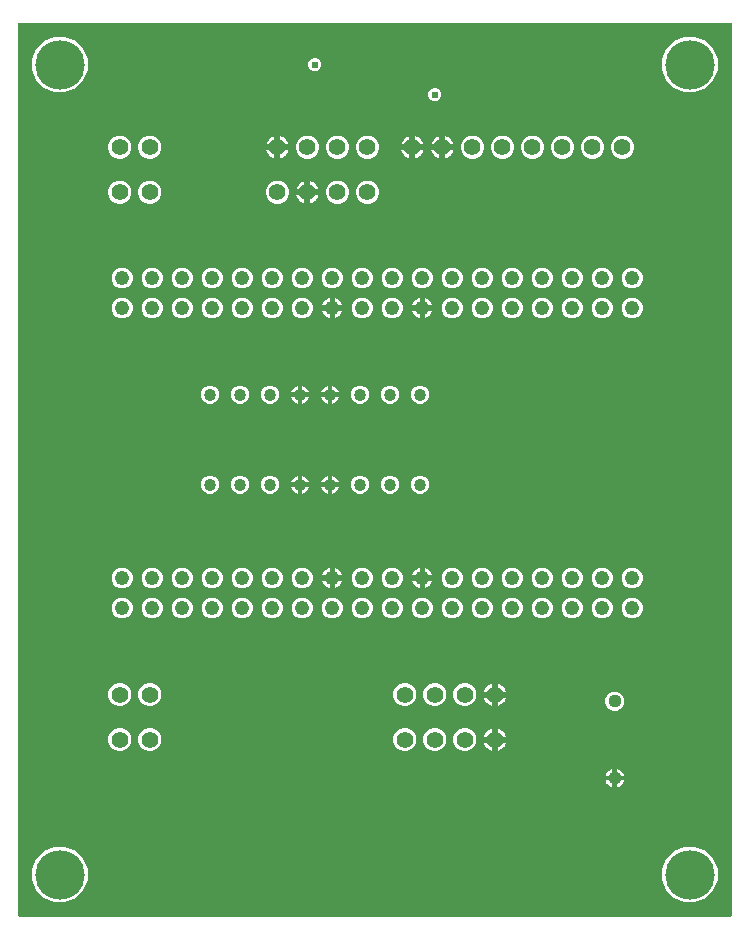
<source format=gbr>
G04 EAGLE Gerber RS-274X export*
G75*
%MOMM*%
%FSLAX34Y34*%
%LPD*%
%INCopper Layer 2*%
%IPPOS*%
%AMOC8*
5,1,8,0,0,1.08239X$1,22.5*%
G01*
%ADD10C,1.244600*%
%ADD11C,1.120000*%
%ADD12C,1.034800*%
%ADD13C,1.422400*%
%ADD14C,4.191000*%
%ADD15C,0.609600*%

G36*
X605908Y2556D02*
X605908Y2556D01*
X606027Y2563D01*
X606065Y2576D01*
X606106Y2581D01*
X606216Y2624D01*
X606329Y2661D01*
X606364Y2683D01*
X606401Y2698D01*
X606497Y2767D01*
X606598Y2831D01*
X606626Y2861D01*
X606659Y2884D01*
X606735Y2976D01*
X606816Y3063D01*
X606836Y3098D01*
X606861Y3129D01*
X606912Y3237D01*
X606970Y3341D01*
X606980Y3381D01*
X606997Y3417D01*
X607019Y3534D01*
X607049Y3649D01*
X607053Y3709D01*
X607057Y3729D01*
X607055Y3750D01*
X607059Y3810D01*
X607059Y758190D01*
X607044Y758308D01*
X607037Y758427D01*
X607024Y758465D01*
X607019Y758506D01*
X606976Y758616D01*
X606939Y758729D01*
X606917Y758764D01*
X606902Y758801D01*
X606833Y758897D01*
X606769Y758998D01*
X606739Y759026D01*
X606716Y759059D01*
X606624Y759135D01*
X606537Y759216D01*
X606502Y759236D01*
X606471Y759261D01*
X606363Y759312D01*
X606259Y759370D01*
X606219Y759380D01*
X606183Y759397D01*
X606066Y759419D01*
X605951Y759449D01*
X605891Y759453D01*
X605871Y759457D01*
X605850Y759455D01*
X605790Y759459D01*
X3810Y759459D01*
X3692Y759444D01*
X3573Y759437D01*
X3535Y759424D01*
X3494Y759419D01*
X3384Y759376D01*
X3271Y759339D01*
X3236Y759317D01*
X3199Y759302D01*
X3103Y759233D01*
X3002Y759169D01*
X2974Y759139D01*
X2941Y759116D01*
X2865Y759024D01*
X2784Y758937D01*
X2764Y758902D01*
X2739Y758871D01*
X2688Y758763D01*
X2630Y758659D01*
X2620Y758619D01*
X2603Y758583D01*
X2581Y758466D01*
X2551Y758351D01*
X2547Y758291D01*
X2543Y758271D01*
X2545Y758250D01*
X2541Y758190D01*
X2541Y3810D01*
X2556Y3692D01*
X2563Y3573D01*
X2576Y3535D01*
X2581Y3494D01*
X2624Y3384D01*
X2661Y3271D01*
X2683Y3236D01*
X2698Y3199D01*
X2767Y3103D01*
X2831Y3002D01*
X2861Y2974D01*
X2884Y2941D01*
X2976Y2865D01*
X3063Y2784D01*
X3098Y2764D01*
X3129Y2739D01*
X3237Y2688D01*
X3341Y2630D01*
X3381Y2620D01*
X3417Y2603D01*
X3534Y2581D01*
X3649Y2551D01*
X3709Y2547D01*
X3729Y2543D01*
X3750Y2545D01*
X3810Y2541D01*
X605790Y2541D01*
X605908Y2556D01*
G37*
%LPC*%
G36*
X566826Y700404D02*
X566826Y700404D01*
X558191Y703981D01*
X551581Y710591D01*
X548004Y719226D01*
X548004Y728574D01*
X551581Y737209D01*
X558191Y743819D01*
X566826Y747396D01*
X576174Y747396D01*
X584809Y743819D01*
X591419Y737209D01*
X594996Y728574D01*
X594996Y719226D01*
X591419Y710591D01*
X584809Y703981D01*
X576174Y700404D01*
X566826Y700404D01*
G37*
%LPD*%
%LPC*%
G36*
X33426Y700404D02*
X33426Y700404D01*
X24791Y703981D01*
X18181Y710591D01*
X14604Y719226D01*
X14604Y728574D01*
X18181Y737209D01*
X24791Y743819D01*
X33426Y747396D01*
X42774Y747396D01*
X51409Y743819D01*
X58019Y737209D01*
X61596Y728574D01*
X61596Y719226D01*
X58019Y710591D01*
X51409Y703981D01*
X42774Y700404D01*
X33426Y700404D01*
G37*
%LPD*%
%LPC*%
G36*
X33426Y14604D02*
X33426Y14604D01*
X24791Y18181D01*
X18181Y24791D01*
X14604Y33426D01*
X14604Y42774D01*
X18181Y51409D01*
X24791Y58019D01*
X33426Y61596D01*
X42774Y61596D01*
X51409Y58019D01*
X58019Y51409D01*
X61596Y42774D01*
X61596Y33426D01*
X58019Y24791D01*
X51409Y18181D01*
X42774Y14604D01*
X33426Y14604D01*
G37*
%LPD*%
%LPC*%
G36*
X566826Y14604D02*
X566826Y14604D01*
X558191Y18181D01*
X551581Y24791D01*
X548004Y33426D01*
X548004Y42774D01*
X551581Y51409D01*
X558191Y58019D01*
X566826Y61596D01*
X576174Y61596D01*
X584809Y58019D01*
X591419Y51409D01*
X594996Y42774D01*
X594996Y33426D01*
X591419Y24791D01*
X584809Y18181D01*
X576174Y14604D01*
X566826Y14604D01*
G37*
%LPD*%
%LPC*%
G36*
X296530Y606297D02*
X296530Y606297D01*
X292982Y607767D01*
X290267Y610482D01*
X288797Y614030D01*
X288797Y617870D01*
X290267Y621418D01*
X292982Y624133D01*
X296530Y625603D01*
X300370Y625603D01*
X303918Y624133D01*
X306633Y621418D01*
X308103Y617870D01*
X308103Y614030D01*
X306633Y610482D01*
X303918Y607767D01*
X300370Y606297D01*
X296530Y606297D01*
G37*
%LPD*%
%LPC*%
G36*
X271130Y606297D02*
X271130Y606297D01*
X267582Y607767D01*
X264867Y610482D01*
X263397Y614030D01*
X263397Y617870D01*
X264867Y621418D01*
X267582Y624133D01*
X271130Y625603D01*
X274970Y625603D01*
X278518Y624133D01*
X281233Y621418D01*
X282703Y617870D01*
X282703Y614030D01*
X281233Y610482D01*
X278518Y607767D01*
X274970Y606297D01*
X271130Y606297D01*
G37*
%LPD*%
%LPC*%
G36*
X112380Y644397D02*
X112380Y644397D01*
X108832Y645867D01*
X106117Y648582D01*
X104647Y652130D01*
X104647Y655970D01*
X106117Y659518D01*
X108832Y662233D01*
X112380Y663703D01*
X116220Y663703D01*
X119768Y662233D01*
X122483Y659518D01*
X123953Y655970D01*
X123953Y652130D01*
X122483Y648582D01*
X119768Y645867D01*
X116220Y644397D01*
X112380Y644397D01*
G37*
%LPD*%
%LPC*%
G36*
X86980Y644397D02*
X86980Y644397D01*
X83432Y645867D01*
X80717Y648582D01*
X79247Y652130D01*
X79247Y655970D01*
X80717Y659518D01*
X83432Y662233D01*
X86980Y663703D01*
X90820Y663703D01*
X94368Y662233D01*
X97083Y659518D01*
X98553Y655970D01*
X98553Y652130D01*
X97083Y648582D01*
X94368Y645867D01*
X90820Y644397D01*
X86980Y644397D01*
G37*
%LPD*%
%LPC*%
G36*
X512430Y644397D02*
X512430Y644397D01*
X508882Y645867D01*
X506167Y648582D01*
X504697Y652130D01*
X504697Y655970D01*
X506167Y659518D01*
X508882Y662233D01*
X512430Y663703D01*
X516270Y663703D01*
X519818Y662233D01*
X522533Y659518D01*
X524003Y655970D01*
X524003Y652130D01*
X522533Y648582D01*
X519818Y645867D01*
X516270Y644397D01*
X512430Y644397D01*
G37*
%LPD*%
%LPC*%
G36*
X487030Y644397D02*
X487030Y644397D01*
X483482Y645867D01*
X480767Y648582D01*
X479297Y652130D01*
X479297Y655970D01*
X480767Y659518D01*
X483482Y662233D01*
X487030Y663703D01*
X490870Y663703D01*
X494418Y662233D01*
X497133Y659518D01*
X498603Y655970D01*
X498603Y652130D01*
X497133Y648582D01*
X494418Y645867D01*
X490870Y644397D01*
X487030Y644397D01*
G37*
%LPD*%
%LPC*%
G36*
X461630Y644397D02*
X461630Y644397D01*
X458082Y645867D01*
X455367Y648582D01*
X453897Y652130D01*
X453897Y655970D01*
X455367Y659518D01*
X458082Y662233D01*
X461630Y663703D01*
X465470Y663703D01*
X469018Y662233D01*
X471733Y659518D01*
X473203Y655970D01*
X473203Y652130D01*
X471733Y648582D01*
X469018Y645867D01*
X465470Y644397D01*
X461630Y644397D01*
G37*
%LPD*%
%LPC*%
G36*
X436230Y644397D02*
X436230Y644397D01*
X432682Y645867D01*
X429967Y648582D01*
X428497Y652130D01*
X428497Y655970D01*
X429967Y659518D01*
X432682Y662233D01*
X436230Y663703D01*
X440070Y663703D01*
X443618Y662233D01*
X446333Y659518D01*
X447803Y655970D01*
X447803Y652130D01*
X446333Y648582D01*
X443618Y645867D01*
X440070Y644397D01*
X436230Y644397D01*
G37*
%LPD*%
%LPC*%
G36*
X410830Y644397D02*
X410830Y644397D01*
X407282Y645867D01*
X404567Y648582D01*
X403097Y652130D01*
X403097Y655970D01*
X404567Y659518D01*
X407282Y662233D01*
X410830Y663703D01*
X414670Y663703D01*
X418218Y662233D01*
X420933Y659518D01*
X422403Y655970D01*
X422403Y652130D01*
X420933Y648582D01*
X418218Y645867D01*
X414670Y644397D01*
X410830Y644397D01*
G37*
%LPD*%
%LPC*%
G36*
X385430Y644397D02*
X385430Y644397D01*
X381882Y645867D01*
X379167Y648582D01*
X377697Y652130D01*
X377697Y655970D01*
X379167Y659518D01*
X381882Y662233D01*
X385430Y663703D01*
X389270Y663703D01*
X392818Y662233D01*
X395533Y659518D01*
X397003Y655970D01*
X397003Y652130D01*
X395533Y648582D01*
X392818Y645867D01*
X389270Y644397D01*
X385430Y644397D01*
G37*
%LPD*%
%LPC*%
G36*
X296530Y644397D02*
X296530Y644397D01*
X292982Y645867D01*
X290267Y648582D01*
X288797Y652130D01*
X288797Y655970D01*
X290267Y659518D01*
X292982Y662233D01*
X296530Y663703D01*
X300370Y663703D01*
X303918Y662233D01*
X306633Y659518D01*
X308103Y655970D01*
X308103Y652130D01*
X306633Y648582D01*
X303918Y645867D01*
X300370Y644397D01*
X296530Y644397D01*
G37*
%LPD*%
%LPC*%
G36*
X271130Y644397D02*
X271130Y644397D01*
X267582Y645867D01*
X264867Y648582D01*
X263397Y652130D01*
X263397Y655970D01*
X264867Y659518D01*
X267582Y662233D01*
X271130Y663703D01*
X274970Y663703D01*
X278518Y662233D01*
X281233Y659518D01*
X282703Y655970D01*
X282703Y652130D01*
X281233Y648582D01*
X278518Y645867D01*
X274970Y644397D01*
X271130Y644397D01*
G37*
%LPD*%
%LPC*%
G36*
X245730Y644397D02*
X245730Y644397D01*
X242182Y645867D01*
X239467Y648582D01*
X237997Y652130D01*
X237997Y655970D01*
X239467Y659518D01*
X242182Y662233D01*
X245730Y663703D01*
X249570Y663703D01*
X253118Y662233D01*
X255833Y659518D01*
X257303Y655970D01*
X257303Y652130D01*
X255833Y648582D01*
X253118Y645867D01*
X249570Y644397D01*
X245730Y644397D01*
G37*
%LPD*%
%LPC*%
G36*
X220330Y606297D02*
X220330Y606297D01*
X216782Y607767D01*
X214067Y610482D01*
X212597Y614030D01*
X212597Y617870D01*
X214067Y621418D01*
X216782Y624133D01*
X220330Y625603D01*
X224170Y625603D01*
X227718Y624133D01*
X230433Y621418D01*
X231903Y617870D01*
X231903Y614030D01*
X230433Y610482D01*
X227718Y607767D01*
X224170Y606297D01*
X220330Y606297D01*
G37*
%LPD*%
%LPC*%
G36*
X112380Y606297D02*
X112380Y606297D01*
X108832Y607767D01*
X106117Y610482D01*
X104647Y614030D01*
X104647Y617870D01*
X106117Y621418D01*
X108832Y624133D01*
X112380Y625603D01*
X116220Y625603D01*
X119768Y624133D01*
X122483Y621418D01*
X123953Y617870D01*
X123953Y614030D01*
X122483Y610482D01*
X119768Y607767D01*
X116220Y606297D01*
X112380Y606297D01*
G37*
%LPD*%
%LPC*%
G36*
X86980Y606297D02*
X86980Y606297D01*
X83432Y607767D01*
X80717Y610482D01*
X79247Y614030D01*
X79247Y617870D01*
X80717Y621418D01*
X83432Y624133D01*
X86980Y625603D01*
X90820Y625603D01*
X94368Y624133D01*
X97083Y621418D01*
X98553Y617870D01*
X98553Y614030D01*
X97083Y610482D01*
X94368Y607767D01*
X90820Y606297D01*
X86980Y606297D01*
G37*
%LPD*%
%LPC*%
G36*
X86980Y142747D02*
X86980Y142747D01*
X83432Y144217D01*
X80717Y146932D01*
X79247Y150480D01*
X79247Y154320D01*
X80717Y157868D01*
X83432Y160583D01*
X86980Y162053D01*
X90820Y162053D01*
X94368Y160583D01*
X97083Y157868D01*
X98553Y154320D01*
X98553Y150480D01*
X97083Y146932D01*
X94368Y144217D01*
X90820Y142747D01*
X86980Y142747D01*
G37*
%LPD*%
%LPC*%
G36*
X112380Y142747D02*
X112380Y142747D01*
X108832Y144217D01*
X106117Y146932D01*
X104647Y150480D01*
X104647Y154320D01*
X106117Y157868D01*
X108832Y160583D01*
X112380Y162053D01*
X116220Y162053D01*
X119768Y160583D01*
X122483Y157868D01*
X123953Y154320D01*
X123953Y150480D01*
X122483Y146932D01*
X119768Y144217D01*
X116220Y142747D01*
X112380Y142747D01*
G37*
%LPD*%
%LPC*%
G36*
X328280Y142747D02*
X328280Y142747D01*
X324732Y144217D01*
X322017Y146932D01*
X320547Y150480D01*
X320547Y154320D01*
X322017Y157868D01*
X324732Y160583D01*
X328280Y162053D01*
X332120Y162053D01*
X335668Y160583D01*
X338383Y157868D01*
X339853Y154320D01*
X339853Y150480D01*
X338383Y146932D01*
X335668Y144217D01*
X332120Y142747D01*
X328280Y142747D01*
G37*
%LPD*%
%LPC*%
G36*
X86980Y180847D02*
X86980Y180847D01*
X83432Y182317D01*
X80717Y185032D01*
X79247Y188580D01*
X79247Y192420D01*
X80717Y195968D01*
X83432Y198683D01*
X86980Y200153D01*
X90820Y200153D01*
X94368Y198683D01*
X97083Y195968D01*
X98553Y192420D01*
X98553Y188580D01*
X97083Y185032D01*
X94368Y182317D01*
X90820Y180847D01*
X86980Y180847D01*
G37*
%LPD*%
%LPC*%
G36*
X353680Y142747D02*
X353680Y142747D01*
X350132Y144217D01*
X347417Y146932D01*
X345947Y150480D01*
X345947Y154320D01*
X347417Y157868D01*
X350132Y160583D01*
X353680Y162053D01*
X357520Y162053D01*
X361068Y160583D01*
X363783Y157868D01*
X365253Y154320D01*
X365253Y150480D01*
X363783Y146932D01*
X361068Y144217D01*
X357520Y142747D01*
X353680Y142747D01*
G37*
%LPD*%
%LPC*%
G36*
X379080Y142747D02*
X379080Y142747D01*
X375532Y144217D01*
X372817Y146932D01*
X371347Y150480D01*
X371347Y154320D01*
X372817Y157868D01*
X375532Y160583D01*
X379080Y162053D01*
X382920Y162053D01*
X386468Y160583D01*
X389183Y157868D01*
X390653Y154320D01*
X390653Y150480D01*
X389183Y146932D01*
X386468Y144217D01*
X382920Y142747D01*
X379080Y142747D01*
G37*
%LPD*%
%LPC*%
G36*
X112380Y180847D02*
X112380Y180847D01*
X108832Y182317D01*
X106117Y185032D01*
X104647Y188580D01*
X104647Y192420D01*
X106117Y195968D01*
X108832Y198683D01*
X112380Y200153D01*
X116220Y200153D01*
X119768Y198683D01*
X122483Y195968D01*
X123953Y192420D01*
X123953Y188580D01*
X122483Y185032D01*
X119768Y182317D01*
X116220Y180847D01*
X112380Y180847D01*
G37*
%LPD*%
%LPC*%
G36*
X328280Y180847D02*
X328280Y180847D01*
X324732Y182317D01*
X322017Y185032D01*
X320547Y188580D01*
X320547Y192420D01*
X322017Y195968D01*
X324732Y198683D01*
X328280Y200153D01*
X332120Y200153D01*
X335668Y198683D01*
X338383Y195968D01*
X339853Y192420D01*
X339853Y188580D01*
X338383Y185032D01*
X335668Y182317D01*
X332120Y180847D01*
X328280Y180847D01*
G37*
%LPD*%
%LPC*%
G36*
X353680Y180847D02*
X353680Y180847D01*
X350132Y182317D01*
X347417Y185032D01*
X345947Y188580D01*
X345947Y192420D01*
X347417Y195968D01*
X350132Y198683D01*
X353680Y200153D01*
X357520Y200153D01*
X361068Y198683D01*
X363783Y195968D01*
X365253Y192420D01*
X365253Y188580D01*
X363783Y185032D01*
X361068Y182317D01*
X357520Y180847D01*
X353680Y180847D01*
G37*
%LPD*%
%LPC*%
G36*
X379080Y180847D02*
X379080Y180847D01*
X375532Y182317D01*
X372817Y185032D01*
X371347Y188580D01*
X371347Y192420D01*
X372817Y195968D01*
X375532Y198683D01*
X379080Y200153D01*
X382920Y200153D01*
X386468Y198683D01*
X389183Y195968D01*
X390653Y192420D01*
X390653Y188580D01*
X389183Y185032D01*
X386468Y182317D01*
X382920Y180847D01*
X379080Y180847D01*
G37*
%LPD*%
%LPC*%
G36*
X241507Y280536D02*
X241507Y280536D01*
X238286Y281870D01*
X235820Y284336D01*
X234486Y287557D01*
X234486Y291043D01*
X235820Y294264D01*
X238286Y296730D01*
X241507Y298064D01*
X244993Y298064D01*
X248214Y296730D01*
X250680Y294264D01*
X252014Y291043D01*
X252014Y287557D01*
X250680Y284336D01*
X248214Y281870D01*
X244993Y280536D01*
X241507Y280536D01*
G37*
%LPD*%
%LPC*%
G36*
X216107Y280536D02*
X216107Y280536D01*
X212886Y281870D01*
X210420Y284336D01*
X209086Y287557D01*
X209086Y291043D01*
X210420Y294264D01*
X212886Y296730D01*
X216107Y298064D01*
X219593Y298064D01*
X222814Y296730D01*
X225280Y294264D01*
X226614Y291043D01*
X226614Y287557D01*
X225280Y284336D01*
X222814Y281870D01*
X219593Y280536D01*
X216107Y280536D01*
G37*
%LPD*%
%LPC*%
G36*
X190707Y280536D02*
X190707Y280536D01*
X187486Y281870D01*
X185020Y284336D01*
X183686Y287557D01*
X183686Y291043D01*
X185020Y294264D01*
X187486Y296730D01*
X190707Y298064D01*
X194193Y298064D01*
X197414Y296730D01*
X199880Y294264D01*
X201214Y291043D01*
X201214Y287557D01*
X199880Y284336D01*
X197414Y281870D01*
X194193Y280536D01*
X190707Y280536D01*
G37*
%LPD*%
%LPC*%
G36*
X165307Y280536D02*
X165307Y280536D01*
X162086Y281870D01*
X159620Y284336D01*
X158286Y287557D01*
X158286Y291043D01*
X159620Y294264D01*
X162086Y296730D01*
X165307Y298064D01*
X168793Y298064D01*
X172014Y296730D01*
X174480Y294264D01*
X175814Y291043D01*
X175814Y287557D01*
X174480Y284336D01*
X172014Y281870D01*
X168793Y280536D01*
X165307Y280536D01*
G37*
%LPD*%
%LPC*%
G36*
X139907Y280536D02*
X139907Y280536D01*
X136686Y281870D01*
X134220Y284336D01*
X132886Y287557D01*
X132886Y291043D01*
X134220Y294264D01*
X136686Y296730D01*
X139907Y298064D01*
X143393Y298064D01*
X146614Y296730D01*
X149080Y294264D01*
X150414Y291043D01*
X150414Y287557D01*
X149080Y284336D01*
X146614Y281870D01*
X143393Y280536D01*
X139907Y280536D01*
G37*
%LPD*%
%LPC*%
G36*
X114507Y280536D02*
X114507Y280536D01*
X111286Y281870D01*
X108820Y284336D01*
X107486Y287557D01*
X107486Y291043D01*
X108820Y294264D01*
X111286Y296730D01*
X114507Y298064D01*
X117993Y298064D01*
X121214Y296730D01*
X123680Y294264D01*
X125014Y291043D01*
X125014Y287557D01*
X123680Y284336D01*
X121214Y281870D01*
X117993Y280536D01*
X114507Y280536D01*
G37*
%LPD*%
%LPC*%
G36*
X89107Y280536D02*
X89107Y280536D01*
X85886Y281870D01*
X83420Y284336D01*
X82086Y287557D01*
X82086Y291043D01*
X83420Y294264D01*
X85886Y296730D01*
X89107Y298064D01*
X92593Y298064D01*
X95814Y296730D01*
X98280Y294264D01*
X99614Y291043D01*
X99614Y287557D01*
X98280Y284336D01*
X95814Y281870D01*
X92593Y280536D01*
X89107Y280536D01*
G37*
%LPD*%
%LPC*%
G36*
X89107Y255136D02*
X89107Y255136D01*
X85886Y256470D01*
X83420Y258936D01*
X82086Y262157D01*
X82086Y265643D01*
X83420Y268864D01*
X85886Y271330D01*
X89107Y272664D01*
X92593Y272664D01*
X95814Y271330D01*
X98280Y268864D01*
X99614Y265643D01*
X99614Y262157D01*
X98280Y258936D01*
X95814Y256470D01*
X92593Y255136D01*
X89107Y255136D01*
G37*
%LPD*%
%LPC*%
G36*
X520907Y255136D02*
X520907Y255136D01*
X517686Y256470D01*
X515220Y258936D01*
X513886Y262157D01*
X513886Y265643D01*
X515220Y268864D01*
X517686Y271330D01*
X520907Y272664D01*
X524393Y272664D01*
X527614Y271330D01*
X530080Y268864D01*
X531414Y265643D01*
X531414Y262157D01*
X530080Y258936D01*
X527614Y256470D01*
X524393Y255136D01*
X520907Y255136D01*
G37*
%LPD*%
%LPC*%
G36*
X495507Y255136D02*
X495507Y255136D01*
X492286Y256470D01*
X489820Y258936D01*
X488486Y262157D01*
X488486Y265643D01*
X489820Y268864D01*
X492286Y271330D01*
X495507Y272664D01*
X498993Y272664D01*
X502214Y271330D01*
X504680Y268864D01*
X506014Y265643D01*
X506014Y262157D01*
X504680Y258936D01*
X502214Y256470D01*
X498993Y255136D01*
X495507Y255136D01*
G37*
%LPD*%
%LPC*%
G36*
X470107Y255136D02*
X470107Y255136D01*
X466886Y256470D01*
X464420Y258936D01*
X463086Y262157D01*
X463086Y265643D01*
X464420Y268864D01*
X466886Y271330D01*
X470107Y272664D01*
X473593Y272664D01*
X476814Y271330D01*
X479280Y268864D01*
X480614Y265643D01*
X480614Y262157D01*
X479280Y258936D01*
X476814Y256470D01*
X473593Y255136D01*
X470107Y255136D01*
G37*
%LPD*%
%LPC*%
G36*
X444707Y255136D02*
X444707Y255136D01*
X441486Y256470D01*
X439020Y258936D01*
X437686Y262157D01*
X437686Y265643D01*
X439020Y268864D01*
X441486Y271330D01*
X444707Y272664D01*
X448193Y272664D01*
X451414Y271330D01*
X453880Y268864D01*
X455214Y265643D01*
X455214Y262157D01*
X453880Y258936D01*
X451414Y256470D01*
X448193Y255136D01*
X444707Y255136D01*
G37*
%LPD*%
%LPC*%
G36*
X419307Y255136D02*
X419307Y255136D01*
X416086Y256470D01*
X413620Y258936D01*
X412286Y262157D01*
X412286Y265643D01*
X413620Y268864D01*
X416086Y271330D01*
X419307Y272664D01*
X422793Y272664D01*
X426014Y271330D01*
X428480Y268864D01*
X429814Y265643D01*
X429814Y262157D01*
X428480Y258936D01*
X426014Y256470D01*
X422793Y255136D01*
X419307Y255136D01*
G37*
%LPD*%
%LPC*%
G36*
X393907Y255136D02*
X393907Y255136D01*
X390686Y256470D01*
X388220Y258936D01*
X386886Y262157D01*
X386886Y265643D01*
X388220Y268864D01*
X390686Y271330D01*
X393907Y272664D01*
X397393Y272664D01*
X400614Y271330D01*
X403080Y268864D01*
X404414Y265643D01*
X404414Y262157D01*
X403080Y258936D01*
X400614Y256470D01*
X397393Y255136D01*
X393907Y255136D01*
G37*
%LPD*%
%LPC*%
G36*
X368507Y255136D02*
X368507Y255136D01*
X365286Y256470D01*
X362820Y258936D01*
X361486Y262157D01*
X361486Y265643D01*
X362820Y268864D01*
X365286Y271330D01*
X368507Y272664D01*
X371993Y272664D01*
X375214Y271330D01*
X377680Y268864D01*
X379014Y265643D01*
X379014Y262157D01*
X377680Y258936D01*
X375214Y256470D01*
X371993Y255136D01*
X368507Y255136D01*
G37*
%LPD*%
%LPC*%
G36*
X343107Y255136D02*
X343107Y255136D01*
X339886Y256470D01*
X337420Y258936D01*
X336086Y262157D01*
X336086Y265643D01*
X337420Y268864D01*
X339886Y271330D01*
X343107Y272664D01*
X346593Y272664D01*
X349814Y271330D01*
X352280Y268864D01*
X353614Y265643D01*
X353614Y262157D01*
X352280Y258936D01*
X349814Y256470D01*
X346593Y255136D01*
X343107Y255136D01*
G37*
%LPD*%
%LPC*%
G36*
X317707Y255136D02*
X317707Y255136D01*
X314486Y256470D01*
X312020Y258936D01*
X310686Y262157D01*
X310686Y265643D01*
X312020Y268864D01*
X314486Y271330D01*
X317707Y272664D01*
X321193Y272664D01*
X324414Y271330D01*
X326880Y268864D01*
X328214Y265643D01*
X328214Y262157D01*
X326880Y258936D01*
X324414Y256470D01*
X321193Y255136D01*
X317707Y255136D01*
G37*
%LPD*%
%LPC*%
G36*
X292307Y255136D02*
X292307Y255136D01*
X289086Y256470D01*
X286620Y258936D01*
X285286Y262157D01*
X285286Y265643D01*
X286620Y268864D01*
X289086Y271330D01*
X292307Y272664D01*
X295793Y272664D01*
X299014Y271330D01*
X301480Y268864D01*
X302814Y265643D01*
X302814Y262157D01*
X301480Y258936D01*
X299014Y256470D01*
X295793Y255136D01*
X292307Y255136D01*
G37*
%LPD*%
%LPC*%
G36*
X266907Y255136D02*
X266907Y255136D01*
X263686Y256470D01*
X261220Y258936D01*
X259886Y262157D01*
X259886Y265643D01*
X261220Y268864D01*
X263686Y271330D01*
X266907Y272664D01*
X270393Y272664D01*
X273614Y271330D01*
X276080Y268864D01*
X277414Y265643D01*
X277414Y262157D01*
X276080Y258936D01*
X273614Y256470D01*
X270393Y255136D01*
X266907Y255136D01*
G37*
%LPD*%
%LPC*%
G36*
X241507Y255136D02*
X241507Y255136D01*
X238286Y256470D01*
X235820Y258936D01*
X234486Y262157D01*
X234486Y265643D01*
X235820Y268864D01*
X238286Y271330D01*
X241507Y272664D01*
X244993Y272664D01*
X248214Y271330D01*
X250680Y268864D01*
X252014Y265643D01*
X252014Y262157D01*
X250680Y258936D01*
X248214Y256470D01*
X244993Y255136D01*
X241507Y255136D01*
G37*
%LPD*%
%LPC*%
G36*
X216107Y255136D02*
X216107Y255136D01*
X212886Y256470D01*
X210420Y258936D01*
X209086Y262157D01*
X209086Y265643D01*
X210420Y268864D01*
X212886Y271330D01*
X216107Y272664D01*
X219593Y272664D01*
X222814Y271330D01*
X225280Y268864D01*
X226614Y265643D01*
X226614Y262157D01*
X225280Y258936D01*
X222814Y256470D01*
X219593Y255136D01*
X216107Y255136D01*
G37*
%LPD*%
%LPC*%
G36*
X114507Y534536D02*
X114507Y534536D01*
X111286Y535870D01*
X108820Y538336D01*
X107486Y541557D01*
X107486Y545043D01*
X108820Y548264D01*
X111286Y550730D01*
X114507Y552064D01*
X117993Y552064D01*
X121214Y550730D01*
X123680Y548264D01*
X125014Y545043D01*
X125014Y541557D01*
X123680Y538336D01*
X121214Y535870D01*
X117993Y534536D01*
X114507Y534536D01*
G37*
%LPD*%
%LPC*%
G36*
X89107Y534536D02*
X89107Y534536D01*
X85886Y535870D01*
X83420Y538336D01*
X82086Y541557D01*
X82086Y545043D01*
X83420Y548264D01*
X85886Y550730D01*
X89107Y552064D01*
X92593Y552064D01*
X95814Y550730D01*
X98280Y548264D01*
X99614Y545043D01*
X99614Y541557D01*
X98280Y538336D01*
X95814Y535870D01*
X92593Y534536D01*
X89107Y534536D01*
G37*
%LPD*%
%LPC*%
G36*
X520907Y534536D02*
X520907Y534536D01*
X517686Y535870D01*
X515220Y538336D01*
X513886Y541557D01*
X513886Y545043D01*
X515220Y548264D01*
X517686Y550730D01*
X520907Y552064D01*
X524393Y552064D01*
X527614Y550730D01*
X530080Y548264D01*
X531414Y545043D01*
X531414Y541557D01*
X530080Y538336D01*
X527614Y535870D01*
X524393Y534536D01*
X520907Y534536D01*
G37*
%LPD*%
%LPC*%
G36*
X190707Y255136D02*
X190707Y255136D01*
X187486Y256470D01*
X185020Y258936D01*
X183686Y262157D01*
X183686Y265643D01*
X185020Y268864D01*
X187486Y271330D01*
X190707Y272664D01*
X194193Y272664D01*
X197414Y271330D01*
X199880Y268864D01*
X201214Y265643D01*
X201214Y262157D01*
X199880Y258936D01*
X197414Y256470D01*
X194193Y255136D01*
X190707Y255136D01*
G37*
%LPD*%
%LPC*%
G36*
X470107Y534536D02*
X470107Y534536D01*
X466886Y535870D01*
X464420Y538336D01*
X463086Y541557D01*
X463086Y545043D01*
X464420Y548264D01*
X466886Y550730D01*
X470107Y552064D01*
X473593Y552064D01*
X476814Y550730D01*
X479280Y548264D01*
X480614Y545043D01*
X480614Y541557D01*
X479280Y538336D01*
X476814Y535870D01*
X473593Y534536D01*
X470107Y534536D01*
G37*
%LPD*%
%LPC*%
G36*
X444707Y534536D02*
X444707Y534536D01*
X441486Y535870D01*
X439020Y538336D01*
X437686Y541557D01*
X437686Y545043D01*
X439020Y548264D01*
X441486Y550730D01*
X444707Y552064D01*
X448193Y552064D01*
X451414Y550730D01*
X453880Y548264D01*
X455214Y545043D01*
X455214Y541557D01*
X453880Y538336D01*
X451414Y535870D01*
X448193Y534536D01*
X444707Y534536D01*
G37*
%LPD*%
%LPC*%
G36*
X419307Y534536D02*
X419307Y534536D01*
X416086Y535870D01*
X413620Y538336D01*
X412286Y541557D01*
X412286Y545043D01*
X413620Y548264D01*
X416086Y550730D01*
X419307Y552064D01*
X422793Y552064D01*
X426014Y550730D01*
X428480Y548264D01*
X429814Y545043D01*
X429814Y541557D01*
X428480Y538336D01*
X426014Y535870D01*
X422793Y534536D01*
X419307Y534536D01*
G37*
%LPD*%
%LPC*%
G36*
X393907Y534536D02*
X393907Y534536D01*
X390686Y535870D01*
X388220Y538336D01*
X386886Y541557D01*
X386886Y545043D01*
X388220Y548264D01*
X390686Y550730D01*
X393907Y552064D01*
X397393Y552064D01*
X400614Y550730D01*
X403080Y548264D01*
X404414Y545043D01*
X404414Y541557D01*
X403080Y538336D01*
X400614Y535870D01*
X397393Y534536D01*
X393907Y534536D01*
G37*
%LPD*%
%LPC*%
G36*
X368507Y534536D02*
X368507Y534536D01*
X365286Y535870D01*
X362820Y538336D01*
X361486Y541557D01*
X361486Y545043D01*
X362820Y548264D01*
X365286Y550730D01*
X368507Y552064D01*
X371993Y552064D01*
X375214Y550730D01*
X377680Y548264D01*
X379014Y545043D01*
X379014Y541557D01*
X377680Y538336D01*
X375214Y535870D01*
X371993Y534536D01*
X368507Y534536D01*
G37*
%LPD*%
%LPC*%
G36*
X343107Y534536D02*
X343107Y534536D01*
X339886Y535870D01*
X337420Y538336D01*
X336086Y541557D01*
X336086Y545043D01*
X337420Y548264D01*
X339886Y550730D01*
X343107Y552064D01*
X346593Y552064D01*
X349814Y550730D01*
X352280Y548264D01*
X353614Y545043D01*
X353614Y541557D01*
X352280Y538336D01*
X349814Y535870D01*
X346593Y534536D01*
X343107Y534536D01*
G37*
%LPD*%
%LPC*%
G36*
X317707Y534536D02*
X317707Y534536D01*
X314486Y535870D01*
X312020Y538336D01*
X310686Y541557D01*
X310686Y545043D01*
X312020Y548264D01*
X314486Y550730D01*
X317707Y552064D01*
X321193Y552064D01*
X324414Y550730D01*
X326880Y548264D01*
X328214Y545043D01*
X328214Y541557D01*
X326880Y538336D01*
X324414Y535870D01*
X321193Y534536D01*
X317707Y534536D01*
G37*
%LPD*%
%LPC*%
G36*
X292307Y534536D02*
X292307Y534536D01*
X289086Y535870D01*
X286620Y538336D01*
X285286Y541557D01*
X285286Y545043D01*
X286620Y548264D01*
X289086Y550730D01*
X292307Y552064D01*
X295793Y552064D01*
X299014Y550730D01*
X301480Y548264D01*
X302814Y545043D01*
X302814Y541557D01*
X301480Y538336D01*
X299014Y535870D01*
X295793Y534536D01*
X292307Y534536D01*
G37*
%LPD*%
%LPC*%
G36*
X266907Y534536D02*
X266907Y534536D01*
X263686Y535870D01*
X261220Y538336D01*
X259886Y541557D01*
X259886Y545043D01*
X261220Y548264D01*
X263686Y550730D01*
X266907Y552064D01*
X270393Y552064D01*
X273614Y550730D01*
X276080Y548264D01*
X277414Y545043D01*
X277414Y541557D01*
X276080Y538336D01*
X273614Y535870D01*
X270393Y534536D01*
X266907Y534536D01*
G37*
%LPD*%
%LPC*%
G36*
X241507Y534536D02*
X241507Y534536D01*
X238286Y535870D01*
X235820Y538336D01*
X234486Y541557D01*
X234486Y545043D01*
X235820Y548264D01*
X238286Y550730D01*
X241507Y552064D01*
X244993Y552064D01*
X248214Y550730D01*
X250680Y548264D01*
X252014Y545043D01*
X252014Y541557D01*
X250680Y538336D01*
X248214Y535870D01*
X244993Y534536D01*
X241507Y534536D01*
G37*
%LPD*%
%LPC*%
G36*
X216107Y534536D02*
X216107Y534536D01*
X212886Y535870D01*
X210420Y538336D01*
X209086Y541557D01*
X209086Y545043D01*
X210420Y548264D01*
X212886Y550730D01*
X216107Y552064D01*
X219593Y552064D01*
X222814Y550730D01*
X225280Y548264D01*
X226614Y545043D01*
X226614Y541557D01*
X225280Y538336D01*
X222814Y535870D01*
X219593Y534536D01*
X216107Y534536D01*
G37*
%LPD*%
%LPC*%
G36*
X190707Y534536D02*
X190707Y534536D01*
X187486Y535870D01*
X185020Y538336D01*
X183686Y541557D01*
X183686Y545043D01*
X185020Y548264D01*
X187486Y550730D01*
X190707Y552064D01*
X194193Y552064D01*
X197414Y550730D01*
X199880Y548264D01*
X201214Y545043D01*
X201214Y541557D01*
X199880Y538336D01*
X197414Y535870D01*
X194193Y534536D01*
X190707Y534536D01*
G37*
%LPD*%
%LPC*%
G36*
X165307Y534536D02*
X165307Y534536D01*
X162086Y535870D01*
X159620Y538336D01*
X158286Y541557D01*
X158286Y545043D01*
X159620Y548264D01*
X162086Y550730D01*
X165307Y552064D01*
X168793Y552064D01*
X172014Y550730D01*
X174480Y548264D01*
X175814Y545043D01*
X175814Y541557D01*
X174480Y538336D01*
X172014Y535870D01*
X168793Y534536D01*
X165307Y534536D01*
G37*
%LPD*%
%LPC*%
G36*
X139907Y534536D02*
X139907Y534536D01*
X136686Y535870D01*
X134220Y538336D01*
X132886Y541557D01*
X132886Y545043D01*
X134220Y548264D01*
X136686Y550730D01*
X139907Y552064D01*
X143393Y552064D01*
X146614Y550730D01*
X149080Y548264D01*
X150414Y545043D01*
X150414Y541557D01*
X149080Y538336D01*
X146614Y535870D01*
X143393Y534536D01*
X139907Y534536D01*
G37*
%LPD*%
%LPC*%
G36*
X520907Y509136D02*
X520907Y509136D01*
X517686Y510470D01*
X515220Y512936D01*
X513886Y516157D01*
X513886Y519643D01*
X515220Y522864D01*
X517686Y525330D01*
X520907Y526664D01*
X524393Y526664D01*
X527614Y525330D01*
X530080Y522864D01*
X531414Y519643D01*
X531414Y516157D01*
X530080Y512936D01*
X527614Y510470D01*
X524393Y509136D01*
X520907Y509136D01*
G37*
%LPD*%
%LPC*%
G36*
X495507Y509136D02*
X495507Y509136D01*
X492286Y510470D01*
X489820Y512936D01*
X488486Y516157D01*
X488486Y519643D01*
X489820Y522864D01*
X492286Y525330D01*
X495507Y526664D01*
X498993Y526664D01*
X502214Y525330D01*
X504680Y522864D01*
X506014Y519643D01*
X506014Y516157D01*
X504680Y512936D01*
X502214Y510470D01*
X498993Y509136D01*
X495507Y509136D01*
G37*
%LPD*%
%LPC*%
G36*
X470107Y509136D02*
X470107Y509136D01*
X466886Y510470D01*
X464420Y512936D01*
X463086Y516157D01*
X463086Y519643D01*
X464420Y522864D01*
X466886Y525330D01*
X470107Y526664D01*
X473593Y526664D01*
X476814Y525330D01*
X479280Y522864D01*
X480614Y519643D01*
X480614Y516157D01*
X479280Y512936D01*
X476814Y510470D01*
X473593Y509136D01*
X470107Y509136D01*
G37*
%LPD*%
%LPC*%
G36*
X444707Y509136D02*
X444707Y509136D01*
X441486Y510470D01*
X439020Y512936D01*
X437686Y516157D01*
X437686Y519643D01*
X439020Y522864D01*
X441486Y525330D01*
X444707Y526664D01*
X448193Y526664D01*
X451414Y525330D01*
X453880Y522864D01*
X455214Y519643D01*
X455214Y516157D01*
X453880Y512936D01*
X451414Y510470D01*
X448193Y509136D01*
X444707Y509136D01*
G37*
%LPD*%
%LPC*%
G36*
X419307Y509136D02*
X419307Y509136D01*
X416086Y510470D01*
X413620Y512936D01*
X412286Y516157D01*
X412286Y519643D01*
X413620Y522864D01*
X416086Y525330D01*
X419307Y526664D01*
X422793Y526664D01*
X426014Y525330D01*
X428480Y522864D01*
X429814Y519643D01*
X429814Y516157D01*
X428480Y512936D01*
X426014Y510470D01*
X422793Y509136D01*
X419307Y509136D01*
G37*
%LPD*%
%LPC*%
G36*
X393907Y509136D02*
X393907Y509136D01*
X390686Y510470D01*
X388220Y512936D01*
X386886Y516157D01*
X386886Y519643D01*
X388220Y522864D01*
X390686Y525330D01*
X393907Y526664D01*
X397393Y526664D01*
X400614Y525330D01*
X403080Y522864D01*
X404414Y519643D01*
X404414Y516157D01*
X403080Y512936D01*
X400614Y510470D01*
X397393Y509136D01*
X393907Y509136D01*
G37*
%LPD*%
%LPC*%
G36*
X368507Y509136D02*
X368507Y509136D01*
X365286Y510470D01*
X362820Y512936D01*
X361486Y516157D01*
X361486Y519643D01*
X362820Y522864D01*
X365286Y525330D01*
X368507Y526664D01*
X371993Y526664D01*
X375214Y525330D01*
X377680Y522864D01*
X379014Y519643D01*
X379014Y516157D01*
X377680Y512936D01*
X375214Y510470D01*
X371993Y509136D01*
X368507Y509136D01*
G37*
%LPD*%
%LPC*%
G36*
X317707Y509136D02*
X317707Y509136D01*
X314486Y510470D01*
X312020Y512936D01*
X310686Y516157D01*
X310686Y519643D01*
X312020Y522864D01*
X314486Y525330D01*
X317707Y526664D01*
X321193Y526664D01*
X324414Y525330D01*
X326880Y522864D01*
X328214Y519643D01*
X328214Y516157D01*
X326880Y512936D01*
X324414Y510470D01*
X321193Y509136D01*
X317707Y509136D01*
G37*
%LPD*%
%LPC*%
G36*
X292307Y509136D02*
X292307Y509136D01*
X289086Y510470D01*
X286620Y512936D01*
X285286Y516157D01*
X285286Y519643D01*
X286620Y522864D01*
X289086Y525330D01*
X292307Y526664D01*
X295793Y526664D01*
X299014Y525330D01*
X301480Y522864D01*
X302814Y519643D01*
X302814Y516157D01*
X301480Y512936D01*
X299014Y510470D01*
X295793Y509136D01*
X292307Y509136D01*
G37*
%LPD*%
%LPC*%
G36*
X241507Y509136D02*
X241507Y509136D01*
X238286Y510470D01*
X235820Y512936D01*
X234486Y516157D01*
X234486Y519643D01*
X235820Y522864D01*
X238286Y525330D01*
X241507Y526664D01*
X244993Y526664D01*
X248214Y525330D01*
X250680Y522864D01*
X252014Y519643D01*
X252014Y516157D01*
X250680Y512936D01*
X248214Y510470D01*
X244993Y509136D01*
X241507Y509136D01*
G37*
%LPD*%
%LPC*%
G36*
X216107Y509136D02*
X216107Y509136D01*
X212886Y510470D01*
X210420Y512936D01*
X209086Y516157D01*
X209086Y519643D01*
X210420Y522864D01*
X212886Y525330D01*
X216107Y526664D01*
X219593Y526664D01*
X222814Y525330D01*
X225280Y522864D01*
X226614Y519643D01*
X226614Y516157D01*
X225280Y512936D01*
X222814Y510470D01*
X219593Y509136D01*
X216107Y509136D01*
G37*
%LPD*%
%LPC*%
G36*
X190707Y509136D02*
X190707Y509136D01*
X187486Y510470D01*
X185020Y512936D01*
X183686Y516157D01*
X183686Y519643D01*
X185020Y522864D01*
X187486Y525330D01*
X190707Y526664D01*
X194193Y526664D01*
X197414Y525330D01*
X199880Y522864D01*
X201214Y519643D01*
X201214Y516157D01*
X199880Y512936D01*
X197414Y510470D01*
X194193Y509136D01*
X190707Y509136D01*
G37*
%LPD*%
%LPC*%
G36*
X165307Y509136D02*
X165307Y509136D01*
X162086Y510470D01*
X159620Y512936D01*
X158286Y516157D01*
X158286Y519643D01*
X159620Y522864D01*
X162086Y525330D01*
X165307Y526664D01*
X168793Y526664D01*
X172014Y525330D01*
X174480Y522864D01*
X175814Y519643D01*
X175814Y516157D01*
X174480Y512936D01*
X172014Y510470D01*
X168793Y509136D01*
X165307Y509136D01*
G37*
%LPD*%
%LPC*%
G36*
X139907Y509136D02*
X139907Y509136D01*
X136686Y510470D01*
X134220Y512936D01*
X132886Y516157D01*
X132886Y519643D01*
X134220Y522864D01*
X136686Y525330D01*
X139907Y526664D01*
X143393Y526664D01*
X146614Y525330D01*
X149080Y522864D01*
X150414Y519643D01*
X150414Y516157D01*
X149080Y512936D01*
X146614Y510470D01*
X143393Y509136D01*
X139907Y509136D01*
G37*
%LPD*%
%LPC*%
G36*
X114507Y509136D02*
X114507Y509136D01*
X111286Y510470D01*
X108820Y512936D01*
X107486Y516157D01*
X107486Y519643D01*
X108820Y522864D01*
X111286Y525330D01*
X114507Y526664D01*
X117993Y526664D01*
X121214Y525330D01*
X123680Y522864D01*
X125014Y519643D01*
X125014Y516157D01*
X123680Y512936D01*
X121214Y510470D01*
X117993Y509136D01*
X114507Y509136D01*
G37*
%LPD*%
%LPC*%
G36*
X89107Y509136D02*
X89107Y509136D01*
X85886Y510470D01*
X83420Y512936D01*
X82086Y516157D01*
X82086Y519643D01*
X83420Y522864D01*
X85886Y525330D01*
X89107Y526664D01*
X92593Y526664D01*
X95814Y525330D01*
X98280Y522864D01*
X99614Y519643D01*
X99614Y516157D01*
X98280Y512936D01*
X95814Y510470D01*
X92593Y509136D01*
X89107Y509136D01*
G37*
%LPD*%
%LPC*%
G36*
X165307Y255136D02*
X165307Y255136D01*
X162086Y256470D01*
X159620Y258936D01*
X158286Y262157D01*
X158286Y265643D01*
X159620Y268864D01*
X162086Y271330D01*
X165307Y272664D01*
X168793Y272664D01*
X172014Y271330D01*
X174480Y268864D01*
X175814Y265643D01*
X175814Y262157D01*
X174480Y258936D01*
X172014Y256470D01*
X168793Y255136D01*
X165307Y255136D01*
G37*
%LPD*%
%LPC*%
G36*
X139907Y255136D02*
X139907Y255136D01*
X136686Y256470D01*
X134220Y258936D01*
X132886Y262157D01*
X132886Y265643D01*
X134220Y268864D01*
X136686Y271330D01*
X139907Y272664D01*
X143393Y272664D01*
X146614Y271330D01*
X149080Y268864D01*
X150414Y265643D01*
X150414Y262157D01*
X149080Y258936D01*
X146614Y256470D01*
X143393Y255136D01*
X139907Y255136D01*
G37*
%LPD*%
%LPC*%
G36*
X444707Y280536D02*
X444707Y280536D01*
X441486Y281870D01*
X439020Y284336D01*
X437686Y287557D01*
X437686Y291043D01*
X439020Y294264D01*
X441486Y296730D01*
X444707Y298064D01*
X448193Y298064D01*
X451414Y296730D01*
X453880Y294264D01*
X455214Y291043D01*
X455214Y287557D01*
X453880Y284336D01*
X451414Y281870D01*
X448193Y280536D01*
X444707Y280536D01*
G37*
%LPD*%
%LPC*%
G36*
X114507Y255136D02*
X114507Y255136D01*
X111286Y256470D01*
X108820Y258936D01*
X107486Y262157D01*
X107486Y265643D01*
X108820Y268864D01*
X111286Y271330D01*
X114507Y272664D01*
X117993Y272664D01*
X121214Y271330D01*
X123680Y268864D01*
X125014Y265643D01*
X125014Y262157D01*
X123680Y258936D01*
X121214Y256470D01*
X117993Y255136D01*
X114507Y255136D01*
G37*
%LPD*%
%LPC*%
G36*
X495507Y534536D02*
X495507Y534536D01*
X492286Y535870D01*
X489820Y538336D01*
X488486Y541557D01*
X488486Y545043D01*
X489820Y548264D01*
X492286Y550730D01*
X495507Y552064D01*
X498993Y552064D01*
X502214Y550730D01*
X504680Y548264D01*
X506014Y545043D01*
X506014Y541557D01*
X504680Y538336D01*
X502214Y535870D01*
X498993Y534536D01*
X495507Y534536D01*
G37*
%LPD*%
%LPC*%
G36*
X470107Y280536D02*
X470107Y280536D01*
X466886Y281870D01*
X464420Y284336D01*
X463086Y287557D01*
X463086Y291043D01*
X464420Y294264D01*
X466886Y296730D01*
X470107Y298064D01*
X473593Y298064D01*
X476814Y296730D01*
X479280Y294264D01*
X480614Y291043D01*
X480614Y287557D01*
X479280Y284336D01*
X476814Y281870D01*
X473593Y280536D01*
X470107Y280536D01*
G37*
%LPD*%
%LPC*%
G36*
X520907Y280536D02*
X520907Y280536D01*
X517686Y281870D01*
X515220Y284336D01*
X513886Y287557D01*
X513886Y291043D01*
X515220Y294264D01*
X517686Y296730D01*
X520907Y298064D01*
X524393Y298064D01*
X527614Y296730D01*
X530080Y294264D01*
X531414Y291043D01*
X531414Y287557D01*
X530080Y284336D01*
X527614Y281870D01*
X524393Y280536D01*
X520907Y280536D01*
G37*
%LPD*%
%LPC*%
G36*
X495507Y280536D02*
X495507Y280536D01*
X492286Y281870D01*
X489820Y284336D01*
X488486Y287557D01*
X488486Y291043D01*
X489820Y294264D01*
X492286Y296730D01*
X495507Y298064D01*
X498993Y298064D01*
X502214Y296730D01*
X504680Y294264D01*
X506014Y291043D01*
X506014Y287557D01*
X504680Y284336D01*
X502214Y281870D01*
X498993Y280536D01*
X495507Y280536D01*
G37*
%LPD*%
%LPC*%
G36*
X419307Y280536D02*
X419307Y280536D01*
X416086Y281870D01*
X413620Y284336D01*
X412286Y287557D01*
X412286Y291043D01*
X413620Y294264D01*
X416086Y296730D01*
X419307Y298064D01*
X422793Y298064D01*
X426014Y296730D01*
X428480Y294264D01*
X429814Y291043D01*
X429814Y287557D01*
X428480Y284336D01*
X426014Y281870D01*
X422793Y280536D01*
X419307Y280536D01*
G37*
%LPD*%
%LPC*%
G36*
X393907Y280536D02*
X393907Y280536D01*
X390686Y281870D01*
X388220Y284336D01*
X386886Y287557D01*
X386886Y291043D01*
X388220Y294264D01*
X390686Y296730D01*
X393907Y298064D01*
X397393Y298064D01*
X400614Y296730D01*
X403080Y294264D01*
X404414Y291043D01*
X404414Y287557D01*
X403080Y284336D01*
X400614Y281870D01*
X397393Y280536D01*
X393907Y280536D01*
G37*
%LPD*%
%LPC*%
G36*
X368507Y280536D02*
X368507Y280536D01*
X365286Y281870D01*
X362820Y284336D01*
X361486Y287557D01*
X361486Y291043D01*
X362820Y294264D01*
X365286Y296730D01*
X368507Y298064D01*
X371993Y298064D01*
X375214Y296730D01*
X377680Y294264D01*
X379014Y291043D01*
X379014Y287557D01*
X377680Y284336D01*
X375214Y281870D01*
X371993Y280536D01*
X368507Y280536D01*
G37*
%LPD*%
%LPC*%
G36*
X317707Y280536D02*
X317707Y280536D01*
X314486Y281870D01*
X312020Y284336D01*
X310686Y287557D01*
X310686Y291043D01*
X312020Y294264D01*
X314486Y296730D01*
X317707Y298064D01*
X321193Y298064D01*
X324414Y296730D01*
X326880Y294264D01*
X328214Y291043D01*
X328214Y287557D01*
X326880Y284336D01*
X324414Y281870D01*
X321193Y280536D01*
X317707Y280536D01*
G37*
%LPD*%
%LPC*%
G36*
X292307Y280536D02*
X292307Y280536D01*
X289086Y281870D01*
X286620Y284336D01*
X285286Y287557D01*
X285286Y291043D01*
X286620Y294264D01*
X289086Y296730D01*
X292307Y298064D01*
X295793Y298064D01*
X299014Y296730D01*
X301480Y294264D01*
X302814Y291043D01*
X302814Y287557D01*
X301480Y284336D01*
X299014Y281870D01*
X295793Y280536D01*
X292307Y280536D01*
G37*
%LPD*%
%LPC*%
G36*
X506381Y176759D02*
X506381Y176759D01*
X503389Y177999D01*
X501099Y180289D01*
X499859Y183281D01*
X499859Y186519D01*
X501099Y189511D01*
X503389Y191801D01*
X506381Y193041D01*
X509619Y193041D01*
X512611Y191801D01*
X514901Y189511D01*
X516141Y186519D01*
X516141Y183281D01*
X514901Y180289D01*
X512611Y177999D01*
X509619Y176759D01*
X506381Y176759D01*
G37*
%LPD*%
%LPC*%
G36*
X290565Y360585D02*
X290565Y360585D01*
X287730Y361760D01*
X285560Y363930D01*
X284385Y366765D01*
X284385Y369835D01*
X285560Y372670D01*
X287730Y374840D01*
X290565Y376015D01*
X293635Y376015D01*
X296470Y374840D01*
X298640Y372670D01*
X299815Y369835D01*
X299815Y366765D01*
X298640Y363930D01*
X296470Y361760D01*
X293635Y360585D01*
X290565Y360585D01*
G37*
%LPD*%
%LPC*%
G36*
X315965Y360585D02*
X315965Y360585D01*
X313130Y361760D01*
X310960Y363930D01*
X309785Y366765D01*
X309785Y369835D01*
X310960Y372670D01*
X313130Y374840D01*
X315965Y376015D01*
X319035Y376015D01*
X321870Y374840D01*
X324040Y372670D01*
X325215Y369835D01*
X325215Y366765D01*
X324040Y363930D01*
X321870Y361760D01*
X319035Y360585D01*
X315965Y360585D01*
G37*
%LPD*%
%LPC*%
G36*
X163565Y360585D02*
X163565Y360585D01*
X160730Y361760D01*
X158560Y363930D01*
X157385Y366765D01*
X157385Y369835D01*
X158560Y372670D01*
X160730Y374840D01*
X163565Y376015D01*
X166635Y376015D01*
X169470Y374840D01*
X171640Y372670D01*
X172815Y369835D01*
X172815Y366765D01*
X171640Y363930D01*
X169470Y361760D01*
X166635Y360585D01*
X163565Y360585D01*
G37*
%LPD*%
%LPC*%
G36*
X341365Y360585D02*
X341365Y360585D01*
X338530Y361760D01*
X336360Y363930D01*
X335185Y366765D01*
X335185Y369835D01*
X336360Y372670D01*
X338530Y374840D01*
X341365Y376015D01*
X344435Y376015D01*
X347270Y374840D01*
X349440Y372670D01*
X350615Y369835D01*
X350615Y366765D01*
X349440Y363930D01*
X347270Y361760D01*
X344435Y360585D01*
X341365Y360585D01*
G37*
%LPD*%
%LPC*%
G36*
X188965Y436785D02*
X188965Y436785D01*
X186130Y437960D01*
X183960Y440130D01*
X182785Y442965D01*
X182785Y446035D01*
X183960Y448870D01*
X186130Y451040D01*
X188965Y452215D01*
X192035Y452215D01*
X194870Y451040D01*
X197040Y448870D01*
X198215Y446035D01*
X198215Y442965D01*
X197040Y440130D01*
X194870Y437960D01*
X192035Y436785D01*
X188965Y436785D01*
G37*
%LPD*%
%LPC*%
G36*
X163565Y436785D02*
X163565Y436785D01*
X160730Y437960D01*
X158560Y440130D01*
X157385Y442965D01*
X157385Y446035D01*
X158560Y448870D01*
X160730Y451040D01*
X163565Y452215D01*
X166635Y452215D01*
X169470Y451040D01*
X171640Y448870D01*
X172815Y446035D01*
X172815Y442965D01*
X171640Y440130D01*
X169470Y437960D01*
X166635Y436785D01*
X163565Y436785D01*
G37*
%LPD*%
%LPC*%
G36*
X188965Y360585D02*
X188965Y360585D01*
X186130Y361760D01*
X183960Y363930D01*
X182785Y366765D01*
X182785Y369835D01*
X183960Y372670D01*
X186130Y374840D01*
X188965Y376015D01*
X192035Y376015D01*
X194870Y374840D01*
X197040Y372670D01*
X198215Y369835D01*
X198215Y366765D01*
X197040Y363930D01*
X194870Y361760D01*
X192035Y360585D01*
X188965Y360585D01*
G37*
%LPD*%
%LPC*%
G36*
X214365Y360585D02*
X214365Y360585D01*
X211530Y361760D01*
X209360Y363930D01*
X208185Y366765D01*
X208185Y369835D01*
X209360Y372670D01*
X211530Y374840D01*
X214365Y376015D01*
X217435Y376015D01*
X220270Y374840D01*
X222440Y372670D01*
X223615Y369835D01*
X223615Y366765D01*
X222440Y363930D01*
X220270Y361760D01*
X217435Y360585D01*
X214365Y360585D01*
G37*
%LPD*%
%LPC*%
G36*
X341365Y436785D02*
X341365Y436785D01*
X338530Y437960D01*
X336360Y440130D01*
X335185Y442965D01*
X335185Y446035D01*
X336360Y448870D01*
X338530Y451040D01*
X341365Y452215D01*
X344435Y452215D01*
X347270Y451040D01*
X349440Y448870D01*
X350615Y446035D01*
X350615Y442965D01*
X349440Y440130D01*
X347270Y437960D01*
X344435Y436785D01*
X341365Y436785D01*
G37*
%LPD*%
%LPC*%
G36*
X315965Y436785D02*
X315965Y436785D01*
X313130Y437960D01*
X310960Y440130D01*
X309785Y442965D01*
X309785Y446035D01*
X310960Y448870D01*
X313130Y451040D01*
X315965Y452215D01*
X319035Y452215D01*
X321870Y451040D01*
X324040Y448870D01*
X325215Y446035D01*
X325215Y442965D01*
X324040Y440130D01*
X321870Y437960D01*
X319035Y436785D01*
X315965Y436785D01*
G37*
%LPD*%
%LPC*%
G36*
X290565Y436785D02*
X290565Y436785D01*
X287730Y437960D01*
X285560Y440130D01*
X284385Y442965D01*
X284385Y446035D01*
X285560Y448870D01*
X287730Y451040D01*
X290565Y452215D01*
X293635Y452215D01*
X296470Y451040D01*
X298640Y448870D01*
X299815Y446035D01*
X299815Y442965D01*
X298640Y440130D01*
X296470Y437960D01*
X293635Y436785D01*
X290565Y436785D01*
G37*
%LPD*%
%LPC*%
G36*
X214365Y436785D02*
X214365Y436785D01*
X211530Y437960D01*
X209360Y440130D01*
X208185Y442965D01*
X208185Y446035D01*
X209360Y448870D01*
X211530Y451040D01*
X214365Y452215D01*
X217435Y452215D01*
X220270Y451040D01*
X222440Y448870D01*
X223615Y446035D01*
X223615Y442965D01*
X222440Y440130D01*
X220270Y437960D01*
X217435Y436785D01*
X214365Y436785D01*
G37*
%LPD*%
%LPC*%
G36*
X252888Y718311D02*
X252888Y718311D01*
X250834Y719162D01*
X249262Y720734D01*
X248411Y722788D01*
X248411Y725012D01*
X249262Y727066D01*
X250834Y728638D01*
X252888Y729489D01*
X255112Y729489D01*
X257166Y728638D01*
X258738Y727066D01*
X259589Y725012D01*
X259589Y722788D01*
X258738Y720734D01*
X257166Y719162D01*
X255112Y718311D01*
X252888Y718311D01*
G37*
%LPD*%
%LPC*%
G36*
X354488Y692911D02*
X354488Y692911D01*
X352434Y693762D01*
X350862Y695334D01*
X350011Y697388D01*
X350011Y699612D01*
X350862Y701666D01*
X352434Y703238D01*
X354488Y704089D01*
X356712Y704089D01*
X358766Y703238D01*
X360338Y701666D01*
X361189Y699612D01*
X361189Y697388D01*
X360338Y695334D01*
X358766Y693762D01*
X356712Y692911D01*
X354488Y692911D01*
G37*
%LPD*%
%LPC*%
G36*
X364489Y656589D02*
X364489Y656589D01*
X364489Y663374D01*
X365655Y662996D01*
X367009Y662306D01*
X368238Y661413D01*
X369313Y660338D01*
X370206Y659109D01*
X370896Y657755D01*
X371274Y656589D01*
X364489Y656589D01*
G37*
%LPD*%
%LPC*%
G36*
X224789Y656589D02*
X224789Y656589D01*
X224789Y663374D01*
X225955Y662996D01*
X227309Y662306D01*
X228538Y661413D01*
X229613Y660338D01*
X230506Y659109D01*
X231196Y657755D01*
X231574Y656589D01*
X224789Y656589D01*
G37*
%LPD*%
%LPC*%
G36*
X339089Y656589D02*
X339089Y656589D01*
X339089Y663374D01*
X340255Y662996D01*
X341609Y662306D01*
X342838Y661413D01*
X343913Y660338D01*
X344806Y659109D01*
X345496Y657755D01*
X345874Y656589D01*
X339089Y656589D01*
G37*
%LPD*%
%LPC*%
G36*
X408939Y154939D02*
X408939Y154939D01*
X408939Y161724D01*
X410105Y161346D01*
X411459Y160656D01*
X412688Y159763D01*
X413763Y158688D01*
X414656Y157459D01*
X415346Y156105D01*
X415724Y154939D01*
X408939Y154939D01*
G37*
%LPD*%
%LPC*%
G36*
X408939Y193039D02*
X408939Y193039D01*
X408939Y199824D01*
X410105Y199446D01*
X411459Y198756D01*
X412688Y197863D01*
X413763Y196788D01*
X414656Y195559D01*
X415346Y194205D01*
X415724Y193039D01*
X408939Y193039D01*
G37*
%LPD*%
%LPC*%
G36*
X250189Y618489D02*
X250189Y618489D01*
X250189Y625274D01*
X251355Y624896D01*
X252709Y624206D01*
X253938Y623313D01*
X255013Y622238D01*
X255906Y621009D01*
X256596Y619655D01*
X256974Y618489D01*
X250189Y618489D01*
G37*
%LPD*%
%LPC*%
G36*
X352626Y656589D02*
X352626Y656589D01*
X353004Y657755D01*
X353694Y659109D01*
X354587Y660338D01*
X355662Y661413D01*
X356891Y662306D01*
X358245Y662996D01*
X359411Y663374D01*
X359411Y656589D01*
X352626Y656589D01*
G37*
%LPD*%
%LPC*%
G36*
X212926Y656589D02*
X212926Y656589D01*
X213304Y657755D01*
X213994Y659109D01*
X214887Y660338D01*
X215962Y661413D01*
X217191Y662306D01*
X218545Y662996D01*
X219711Y663374D01*
X219711Y656589D01*
X212926Y656589D01*
G37*
%LPD*%
%LPC*%
G36*
X327226Y656589D02*
X327226Y656589D01*
X327604Y657755D01*
X328294Y659109D01*
X329187Y660338D01*
X330262Y661413D01*
X331491Y662306D01*
X332845Y662996D01*
X334011Y663374D01*
X334011Y656589D01*
X327226Y656589D01*
G37*
%LPD*%
%LPC*%
G36*
X408939Y187961D02*
X408939Y187961D01*
X415724Y187961D01*
X415346Y186795D01*
X414656Y185441D01*
X413763Y184212D01*
X412688Y183137D01*
X411459Y182244D01*
X410105Y181554D01*
X408939Y181176D01*
X408939Y187961D01*
G37*
%LPD*%
%LPC*%
G36*
X250189Y613411D02*
X250189Y613411D01*
X256974Y613411D01*
X256596Y612245D01*
X255906Y610891D01*
X255013Y609662D01*
X253938Y608587D01*
X252709Y607694D01*
X251355Y607004D01*
X250189Y606626D01*
X250189Y613411D01*
G37*
%LPD*%
%LPC*%
G36*
X364489Y651511D02*
X364489Y651511D01*
X371274Y651511D01*
X370896Y650345D01*
X370206Y648991D01*
X369313Y647762D01*
X368238Y646687D01*
X367009Y645794D01*
X365655Y645104D01*
X364489Y644726D01*
X364489Y651511D01*
G37*
%LPD*%
%LPC*%
G36*
X408939Y149861D02*
X408939Y149861D01*
X415724Y149861D01*
X415346Y148695D01*
X414656Y147341D01*
X413763Y146112D01*
X412688Y145037D01*
X411459Y144144D01*
X410105Y143454D01*
X408939Y143076D01*
X408939Y149861D01*
G37*
%LPD*%
%LPC*%
G36*
X339089Y651511D02*
X339089Y651511D01*
X345874Y651511D01*
X345496Y650345D01*
X344806Y648991D01*
X343913Y647762D01*
X342838Y646687D01*
X341609Y645794D01*
X340255Y645104D01*
X339089Y644726D01*
X339089Y651511D01*
G37*
%LPD*%
%LPC*%
G36*
X397076Y154939D02*
X397076Y154939D01*
X397454Y156105D01*
X398144Y157459D01*
X399037Y158688D01*
X400112Y159763D01*
X401341Y160656D01*
X402695Y161346D01*
X403861Y161724D01*
X403861Y154939D01*
X397076Y154939D01*
G37*
%LPD*%
%LPC*%
G36*
X224789Y651511D02*
X224789Y651511D01*
X231574Y651511D01*
X231196Y650345D01*
X230506Y648991D01*
X229613Y647762D01*
X228538Y646687D01*
X227309Y645794D01*
X225955Y645104D01*
X224789Y644726D01*
X224789Y651511D01*
G37*
%LPD*%
%LPC*%
G36*
X397076Y193039D02*
X397076Y193039D01*
X397454Y194205D01*
X398144Y195559D01*
X399037Y196788D01*
X400112Y197863D01*
X401341Y198756D01*
X402695Y199446D01*
X403861Y199824D01*
X403861Y193039D01*
X397076Y193039D01*
G37*
%LPD*%
%LPC*%
G36*
X238326Y618489D02*
X238326Y618489D01*
X238704Y619655D01*
X239394Y621009D01*
X240287Y622238D01*
X241362Y623313D01*
X242591Y624206D01*
X243945Y624896D01*
X245111Y625274D01*
X245111Y618489D01*
X238326Y618489D01*
G37*
%LPD*%
%LPC*%
G36*
X358245Y645104D02*
X358245Y645104D01*
X356891Y645794D01*
X356873Y645807D01*
X355662Y646687D01*
X354587Y647762D01*
X353694Y648991D01*
X353004Y650345D01*
X352626Y651511D01*
X359411Y651511D01*
X359411Y644726D01*
X358245Y645104D01*
G37*
%LPD*%
%LPC*%
G36*
X332845Y645104D02*
X332845Y645104D01*
X331491Y645794D01*
X331473Y645807D01*
X330262Y646687D01*
X329187Y647762D01*
X328294Y648991D01*
X327604Y650345D01*
X327226Y651511D01*
X334011Y651511D01*
X334011Y644726D01*
X332845Y645104D01*
G37*
%LPD*%
%LPC*%
G36*
X218545Y645104D02*
X218545Y645104D01*
X217191Y645794D01*
X217173Y645807D01*
X215962Y646687D01*
X214887Y647762D01*
X213994Y648991D01*
X213304Y650345D01*
X212926Y651511D01*
X219711Y651511D01*
X219711Y644726D01*
X218545Y645104D01*
G37*
%LPD*%
%LPC*%
G36*
X243945Y607004D02*
X243945Y607004D01*
X242591Y607694D01*
X242542Y607730D01*
X241362Y608587D01*
X240287Y609662D01*
X239394Y610891D01*
X238704Y612245D01*
X238326Y613411D01*
X245111Y613411D01*
X245111Y606626D01*
X243945Y607004D01*
G37*
%LPD*%
%LPC*%
G36*
X402695Y143454D02*
X402695Y143454D01*
X401341Y144144D01*
X400112Y145037D01*
X399037Y146112D01*
X398144Y147341D01*
X397454Y148695D01*
X397076Y149861D01*
X403861Y149861D01*
X403861Y143076D01*
X402695Y143454D01*
G37*
%LPD*%
%LPC*%
G36*
X402695Y181554D02*
X402695Y181554D01*
X401341Y182244D01*
X400112Y183137D01*
X399037Y184212D01*
X398144Y185441D01*
X397454Y186795D01*
X397076Y187961D01*
X403861Y187961D01*
X403861Y181176D01*
X402695Y181554D01*
G37*
%LPD*%
%LPC*%
G36*
X347072Y520122D02*
X347072Y520122D01*
X347072Y526393D01*
X347406Y526327D01*
X349001Y525666D01*
X350437Y524707D01*
X351657Y523487D01*
X352616Y522051D01*
X353277Y520456D01*
X353343Y520122D01*
X347072Y520122D01*
G37*
%LPD*%
%LPC*%
G36*
X270872Y520122D02*
X270872Y520122D01*
X270872Y526393D01*
X271206Y526327D01*
X272801Y525666D01*
X274237Y524707D01*
X275457Y523487D01*
X276416Y522051D01*
X277077Y520456D01*
X277143Y520122D01*
X270872Y520122D01*
G37*
%LPD*%
%LPC*%
G36*
X270872Y291522D02*
X270872Y291522D01*
X270872Y297793D01*
X271206Y297727D01*
X272801Y297066D01*
X274237Y296107D01*
X275457Y294887D01*
X276416Y293451D01*
X277077Y291856D01*
X277143Y291522D01*
X270872Y291522D01*
G37*
%LPD*%
%LPC*%
G36*
X347072Y291522D02*
X347072Y291522D01*
X347072Y297793D01*
X347406Y297727D01*
X349001Y297066D01*
X350437Y296107D01*
X351657Y294887D01*
X352616Y293451D01*
X353277Y291856D01*
X353343Y291522D01*
X347072Y291522D01*
G37*
%LPD*%
%LPC*%
G36*
X270872Y515678D02*
X270872Y515678D01*
X277143Y515678D01*
X277077Y515344D01*
X276416Y513749D01*
X275457Y512313D01*
X274237Y511093D01*
X272801Y510134D01*
X271206Y509473D01*
X270872Y509407D01*
X270872Y515678D01*
G37*
%LPD*%
%LPC*%
G36*
X260157Y520122D02*
X260157Y520122D01*
X260223Y520456D01*
X260884Y522051D01*
X261843Y523487D01*
X263063Y524707D01*
X264499Y525666D01*
X266094Y526327D01*
X266428Y526393D01*
X266428Y520122D01*
X260157Y520122D01*
G37*
%LPD*%
%LPC*%
G36*
X336357Y520122D02*
X336357Y520122D01*
X336423Y520456D01*
X337084Y522051D01*
X338043Y523487D01*
X339263Y524707D01*
X340699Y525666D01*
X342294Y526327D01*
X342628Y526393D01*
X342628Y520122D01*
X336357Y520122D01*
G37*
%LPD*%
%LPC*%
G36*
X336357Y291522D02*
X336357Y291522D01*
X336423Y291856D01*
X337084Y293451D01*
X338043Y294887D01*
X339263Y296107D01*
X340699Y297066D01*
X342294Y297727D01*
X342628Y297793D01*
X342628Y291522D01*
X336357Y291522D01*
G37*
%LPD*%
%LPC*%
G36*
X260157Y291522D02*
X260157Y291522D01*
X260223Y291856D01*
X260884Y293451D01*
X261843Y294887D01*
X263063Y296107D01*
X264499Y297066D01*
X266094Y297727D01*
X266428Y297793D01*
X266428Y291522D01*
X260157Y291522D01*
G37*
%LPD*%
%LPC*%
G36*
X270872Y287078D02*
X270872Y287078D01*
X277143Y287078D01*
X277077Y286744D01*
X276416Y285149D01*
X275457Y283713D01*
X274237Y282493D01*
X272801Y281534D01*
X271206Y280873D01*
X270872Y280807D01*
X270872Y287078D01*
G37*
%LPD*%
%LPC*%
G36*
X347072Y287078D02*
X347072Y287078D01*
X353343Y287078D01*
X353277Y286744D01*
X352616Y285149D01*
X351657Y283713D01*
X350437Y282493D01*
X349001Y281534D01*
X347406Y280873D01*
X347072Y280807D01*
X347072Y287078D01*
G37*
%LPD*%
%LPC*%
G36*
X347072Y515678D02*
X347072Y515678D01*
X353343Y515678D01*
X353277Y515344D01*
X352616Y513749D01*
X351657Y512313D01*
X350437Y511093D01*
X349001Y510134D01*
X347406Y509473D01*
X347072Y509407D01*
X347072Y515678D01*
G37*
%LPD*%
%LPC*%
G36*
X266094Y280873D02*
X266094Y280873D01*
X264499Y281534D01*
X263063Y282493D01*
X261843Y283713D01*
X260884Y285149D01*
X260223Y286744D01*
X260157Y287078D01*
X266428Y287078D01*
X266428Y280807D01*
X266094Y280873D01*
G37*
%LPD*%
%LPC*%
G36*
X342294Y509473D02*
X342294Y509473D01*
X340699Y510134D01*
X339263Y511093D01*
X338043Y512313D01*
X337084Y513749D01*
X336423Y515344D01*
X336357Y515678D01*
X342628Y515678D01*
X342628Y509407D01*
X342294Y509473D01*
G37*
%LPD*%
%LPC*%
G36*
X266094Y509473D02*
X266094Y509473D01*
X264499Y510134D01*
X263063Y511093D01*
X261843Y512313D01*
X260884Y513749D01*
X260223Y515344D01*
X260157Y515678D01*
X266428Y515678D01*
X266428Y509407D01*
X266094Y509473D01*
G37*
%LPD*%
%LPC*%
G36*
X342294Y280873D02*
X342294Y280873D01*
X340699Y281534D01*
X339263Y282493D01*
X338043Y283713D01*
X337084Y285149D01*
X336423Y286744D01*
X336357Y287078D01*
X342628Y287078D01*
X342628Y280807D01*
X342294Y280873D01*
G37*
%LPD*%
%LPC*%
G36*
X509999Y121899D02*
X509999Y121899D01*
X509999Y127803D01*
X510375Y127728D01*
X511856Y127114D01*
X513189Y126223D01*
X514323Y125089D01*
X515214Y123756D01*
X515828Y122275D01*
X515903Y121899D01*
X509999Y121899D01*
G37*
%LPD*%
%LPC*%
G36*
X500097Y121899D02*
X500097Y121899D01*
X500172Y122275D01*
X500786Y123756D01*
X501677Y125089D01*
X502811Y126223D01*
X504144Y127114D01*
X505625Y127728D01*
X506001Y127803D01*
X506001Y121899D01*
X500097Y121899D01*
G37*
%LPD*%
%LPC*%
G36*
X509999Y117901D02*
X509999Y117901D01*
X515903Y117901D01*
X515828Y117525D01*
X515214Y116044D01*
X514323Y114711D01*
X513189Y113577D01*
X511856Y112686D01*
X510375Y112072D01*
X509999Y111997D01*
X509999Y117901D01*
G37*
%LPD*%
%LPC*%
G36*
X505625Y112072D02*
X505625Y112072D01*
X504144Y112686D01*
X502811Y113577D01*
X501677Y114711D01*
X500786Y116044D01*
X500172Y117525D01*
X500097Y117901D01*
X506001Y117901D01*
X506001Y111997D01*
X505625Y112072D01*
G37*
%LPD*%
%LPC*%
G36*
X268524Y446324D02*
X268524Y446324D01*
X268524Y452003D01*
X268950Y451918D01*
X270354Y451337D01*
X271618Y450492D01*
X272692Y449418D01*
X273537Y448154D01*
X274118Y446750D01*
X274203Y446324D01*
X268524Y446324D01*
G37*
%LPD*%
%LPC*%
G36*
X243124Y446324D02*
X243124Y446324D01*
X243124Y452003D01*
X243550Y451918D01*
X244954Y451337D01*
X246218Y450492D01*
X247292Y449418D01*
X248137Y448154D01*
X248718Y446750D01*
X248803Y446324D01*
X243124Y446324D01*
G37*
%LPD*%
%LPC*%
G36*
X268524Y370124D02*
X268524Y370124D01*
X268524Y375803D01*
X268950Y375718D01*
X270354Y375137D01*
X271618Y374292D01*
X272692Y373218D01*
X273537Y371954D01*
X274118Y370550D01*
X274203Y370124D01*
X268524Y370124D01*
G37*
%LPD*%
%LPC*%
G36*
X243124Y370124D02*
X243124Y370124D01*
X243124Y375803D01*
X243550Y375718D01*
X244954Y375137D01*
X246218Y374292D01*
X247292Y373218D01*
X248137Y371954D01*
X248718Y370550D01*
X248803Y370124D01*
X243124Y370124D01*
G37*
%LPD*%
%LPC*%
G36*
X243124Y366476D02*
X243124Y366476D01*
X248803Y366476D01*
X248718Y366050D01*
X248137Y364646D01*
X247292Y363382D01*
X246218Y362308D01*
X244954Y361463D01*
X243550Y360882D01*
X243124Y360797D01*
X243124Y366476D01*
G37*
%LPD*%
%LPC*%
G36*
X233797Y370124D02*
X233797Y370124D01*
X233882Y370550D01*
X234463Y371954D01*
X235308Y373218D01*
X236382Y374292D01*
X237646Y375137D01*
X239050Y375718D01*
X239476Y375803D01*
X239476Y370124D01*
X233797Y370124D01*
G37*
%LPD*%
%LPC*%
G36*
X233797Y446324D02*
X233797Y446324D01*
X233882Y446750D01*
X234463Y448154D01*
X235308Y449418D01*
X236382Y450492D01*
X237646Y451337D01*
X239050Y451918D01*
X239476Y452003D01*
X239476Y446324D01*
X233797Y446324D01*
G37*
%LPD*%
%LPC*%
G36*
X243124Y442676D02*
X243124Y442676D01*
X248803Y442676D01*
X248718Y442250D01*
X248137Y440846D01*
X247292Y439582D01*
X246218Y438508D01*
X244954Y437663D01*
X243550Y437082D01*
X243124Y436997D01*
X243124Y442676D01*
G37*
%LPD*%
%LPC*%
G36*
X259197Y446324D02*
X259197Y446324D01*
X259282Y446750D01*
X259863Y448154D01*
X260708Y449418D01*
X261782Y450492D01*
X263046Y451337D01*
X264450Y451918D01*
X264876Y452003D01*
X264876Y446324D01*
X259197Y446324D01*
G37*
%LPD*%
%LPC*%
G36*
X268524Y442676D02*
X268524Y442676D01*
X274203Y442676D01*
X274118Y442250D01*
X273537Y440846D01*
X272692Y439582D01*
X271618Y438508D01*
X270354Y437663D01*
X268950Y437082D01*
X268524Y436997D01*
X268524Y442676D01*
G37*
%LPD*%
%LPC*%
G36*
X259197Y370124D02*
X259197Y370124D01*
X259282Y370550D01*
X259863Y371954D01*
X260708Y373218D01*
X261782Y374292D01*
X263046Y375137D01*
X264450Y375718D01*
X264876Y375803D01*
X264876Y370124D01*
X259197Y370124D01*
G37*
%LPD*%
%LPC*%
G36*
X268524Y366476D02*
X268524Y366476D01*
X274203Y366476D01*
X274118Y366050D01*
X273537Y364646D01*
X272692Y363382D01*
X271618Y362308D01*
X270354Y361463D01*
X268950Y360882D01*
X268524Y360797D01*
X268524Y366476D01*
G37*
%LPD*%
%LPC*%
G36*
X239050Y360882D02*
X239050Y360882D01*
X237646Y361463D01*
X236382Y362308D01*
X235308Y363382D01*
X234463Y364646D01*
X233882Y366050D01*
X233797Y366476D01*
X239476Y366476D01*
X239476Y360797D01*
X239050Y360882D01*
G37*
%LPD*%
%LPC*%
G36*
X239050Y437082D02*
X239050Y437082D01*
X237646Y437663D01*
X236382Y438508D01*
X235308Y439582D01*
X234463Y440846D01*
X233882Y442250D01*
X233797Y442676D01*
X239476Y442676D01*
X239476Y436997D01*
X239050Y437082D01*
G37*
%LPD*%
%LPC*%
G36*
X264450Y437082D02*
X264450Y437082D01*
X263046Y437663D01*
X261782Y438508D01*
X260708Y439582D01*
X259863Y440846D01*
X259282Y442250D01*
X259197Y442676D01*
X264876Y442676D01*
X264876Y436997D01*
X264450Y437082D01*
G37*
%LPD*%
%LPC*%
G36*
X264450Y360882D02*
X264450Y360882D01*
X263046Y361463D01*
X261782Y362308D01*
X260708Y363382D01*
X259863Y364646D01*
X259282Y366050D01*
X259197Y366476D01*
X264876Y366476D01*
X264876Y360797D01*
X264450Y360882D01*
G37*
%LPD*%
%LPC*%
G36*
X336549Y654049D02*
X336549Y654049D01*
X336549Y654051D01*
X336551Y654051D01*
X336551Y654049D01*
X336549Y654049D01*
G37*
%LPD*%
%LPC*%
G36*
X361949Y654049D02*
X361949Y654049D01*
X361949Y654051D01*
X361951Y654051D01*
X361951Y654049D01*
X361949Y654049D01*
G37*
%LPD*%
%LPC*%
G36*
X406399Y152399D02*
X406399Y152399D01*
X406399Y152401D01*
X406401Y152401D01*
X406401Y152399D01*
X406399Y152399D01*
G37*
%LPD*%
%LPC*%
G36*
X247649Y615949D02*
X247649Y615949D01*
X247649Y615951D01*
X247651Y615951D01*
X247651Y615949D01*
X247649Y615949D01*
G37*
%LPD*%
%LPC*%
G36*
X222249Y654049D02*
X222249Y654049D01*
X222249Y654051D01*
X222251Y654051D01*
X222251Y654049D01*
X222249Y654049D01*
G37*
%LPD*%
%LPC*%
G36*
X406399Y190499D02*
X406399Y190499D01*
X406399Y190501D01*
X406401Y190501D01*
X406401Y190499D01*
X406399Y190499D01*
G37*
%LPD*%
D10*
X90850Y263900D03*
X90850Y289300D03*
X116250Y263900D03*
X116250Y289300D03*
X141650Y263900D03*
X141650Y289300D03*
X167050Y263900D03*
X167050Y289300D03*
X192450Y263900D03*
X192450Y289300D03*
X217850Y263900D03*
X217850Y289300D03*
X243250Y263900D03*
X243250Y289300D03*
X268650Y263900D03*
X268650Y289300D03*
X294050Y263900D03*
X294050Y289300D03*
X319450Y263900D03*
X319450Y289300D03*
X344850Y263900D03*
X344850Y289300D03*
X370250Y263900D03*
X370250Y289300D03*
X395650Y263900D03*
X395650Y289300D03*
X421050Y263900D03*
X421050Y289300D03*
X446450Y263900D03*
X446450Y289300D03*
X471850Y263900D03*
X471850Y289300D03*
X497250Y263900D03*
X497250Y289300D03*
X522650Y263900D03*
X522650Y289300D03*
X90850Y517900D03*
X90850Y543300D03*
X116250Y517900D03*
X116250Y543300D03*
X141650Y517900D03*
X141650Y543300D03*
X167050Y517900D03*
X167050Y543300D03*
X192450Y517900D03*
X192450Y543300D03*
X217850Y517900D03*
X217850Y543300D03*
X243250Y517900D03*
X243250Y543300D03*
X268650Y517900D03*
X268650Y543300D03*
X294050Y517900D03*
X294050Y543300D03*
X319450Y517900D03*
X319450Y543300D03*
X344850Y517900D03*
X344850Y543300D03*
X370250Y517900D03*
X370250Y543300D03*
X395650Y517900D03*
X395650Y543300D03*
X421050Y517900D03*
X421050Y543300D03*
X446450Y517900D03*
X446450Y543300D03*
X471850Y517900D03*
X471850Y543300D03*
X497250Y517900D03*
X497250Y543300D03*
X522650Y517900D03*
X522650Y543300D03*
D11*
X508000Y119900D03*
X508000Y184900D03*
D12*
X342900Y368300D03*
X317500Y368300D03*
X292100Y368300D03*
X266700Y368300D03*
X241300Y368300D03*
X215900Y368300D03*
X190500Y368300D03*
X165100Y368300D03*
X165100Y444500D03*
X190500Y444500D03*
X215900Y444500D03*
X241300Y444500D03*
X266700Y444500D03*
X292100Y444500D03*
X317500Y444500D03*
X342900Y444500D03*
D13*
X88900Y190500D03*
X114300Y190500D03*
X88900Y152400D03*
X114300Y152400D03*
X114300Y615950D03*
X88900Y615950D03*
X114300Y654050D03*
X88900Y654050D03*
X298450Y654050D03*
X273050Y654050D03*
X247650Y654050D03*
X222250Y654050D03*
X298450Y615950D03*
X273050Y615950D03*
X247650Y615950D03*
X222250Y615950D03*
X330200Y152400D03*
X355600Y152400D03*
X381000Y152400D03*
X406400Y152400D03*
X330200Y190500D03*
X355600Y190500D03*
X381000Y190500D03*
X406400Y190500D03*
X514350Y654050D03*
X488950Y654050D03*
X463550Y654050D03*
X438150Y654050D03*
X412750Y654050D03*
X387350Y654050D03*
X361950Y654050D03*
X336550Y654050D03*
D14*
X571500Y723900D03*
X38100Y723900D03*
X571500Y38100D03*
X38100Y38100D03*
D15*
X355600Y698500D03*
X254000Y723900D03*
M02*

</source>
